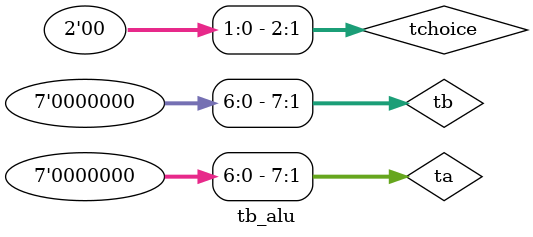
<source format=v>
module tb_alu ();
wire [7:0] tc;
reg [7:0] ta,tb;
wire tborrow,tcarry,tequal,tless,tgreater;
reg [2:0] tchoice;
alu t1 (tc,tborrow,tcarry,tequal,tless,tgreater,ta,tb,tchoice);
always
begin
ta= $random;
tb= $random;
tchoice= $random;
#10;
end
endmodule

</source>
